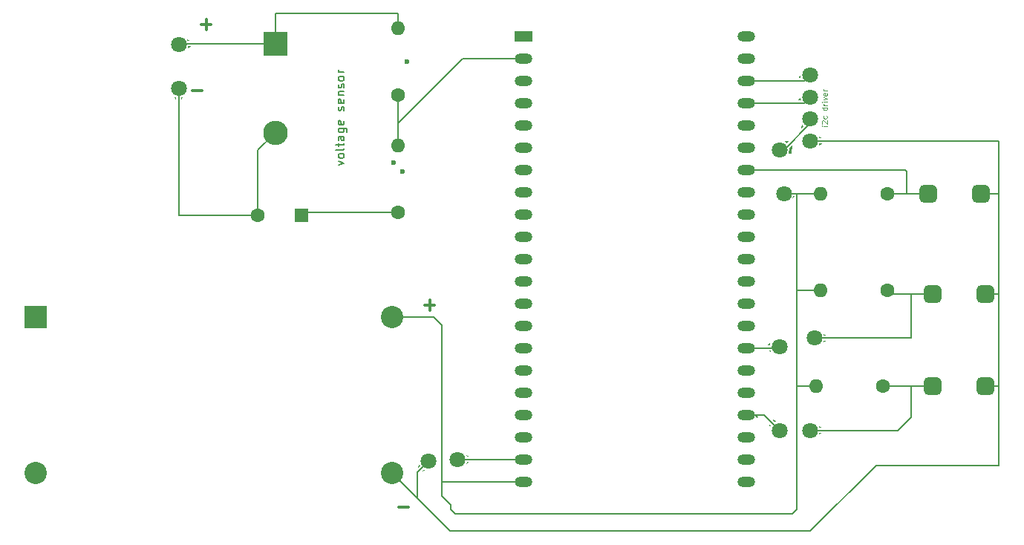
<source format=gbr>
%TF.GenerationSoftware,KiCad,Pcbnew,8.0.1*%
%TF.CreationDate,2024-09-13T04:46:56+01:00*%
%TF.ProjectId,monitor,6d6f6e69-746f-4722-9e6b-696361645f70,rev?*%
%TF.SameCoordinates,Original*%
%TF.FileFunction,Copper,L1,Top*%
%TF.FilePolarity,Positive*%
%FSLAX46Y46*%
G04 Gerber Fmt 4.6, Leading zero omitted, Abs format (unit mm)*
G04 Created by KiCad (PCBNEW 8.0.1) date 2024-09-13 04:46:56*
%MOMM*%
%LPD*%
G01*
G04 APERTURE LIST*
G04 Aperture macros list*
%AMRoundRect*
0 Rectangle with rounded corners*
0 $1 Rounding radius*
0 $2 $3 $4 $5 $6 $7 $8 $9 X,Y pos of 4 corners*
0 Add a 4 corners polygon primitive as box body*
4,1,4,$2,$3,$4,$5,$6,$7,$8,$9,$2,$3,0*
0 Add four circle primitives for the rounded corners*
1,1,$1+$1,$2,$3*
1,1,$1+$1,$4,$5*
1,1,$1+$1,$6,$7*
1,1,$1+$1,$8,$9*
0 Add four rect primitives between the rounded corners*
20,1,$1+$1,$2,$3,$4,$5,0*
20,1,$1+$1,$4,$5,$6,$7,0*
20,1,$1+$1,$6,$7,$8,$9,0*
20,1,$1+$1,$8,$9,$2,$3,0*%
G04 Aperture macros list end*
%ADD10C,0.300000*%
%TA.AperFunction,NonConductor*%
%ADD11C,0.300000*%
%TD*%
%ADD12C,0.100000*%
%TA.AperFunction,NonConductor*%
%ADD13C,0.100000*%
%TD*%
%ADD14C,0.150000*%
%TA.AperFunction,NonConductor*%
%ADD15C,0.150000*%
%TD*%
%TA.AperFunction,ComponentPad*%
%ADD16C,1.600000*%
%TD*%
%TA.AperFunction,ComponentPad*%
%ADD17O,1.600000X1.600000*%
%TD*%
%TA.AperFunction,SMDPad,CuDef*%
%ADD18RoundRect,0.500000X-0.500000X-0.500000X0.500000X-0.500000X0.500000X0.500000X-0.500000X0.500000X0*%
%TD*%
%TA.AperFunction,ComponentPad*%
%ADD19R,1.600000X1.600000*%
%TD*%
%TA.AperFunction,ComponentPad*%
%ADD20R,2.540000X2.540000*%
%TD*%
%TA.AperFunction,ComponentPad*%
%ADD21C,2.540000*%
%TD*%
%TA.AperFunction,ComponentPad*%
%ADD22R,2.000000X1.200000*%
%TD*%
%TA.AperFunction,ComponentPad*%
%ADD23O,2.000000X1.200000*%
%TD*%
%TA.AperFunction,ComponentPad*%
%ADD24R,2.800000X2.800000*%
%TD*%
%TA.AperFunction,ComponentPad*%
%ADD25O,2.800000X2.800000*%
%TD*%
%TA.AperFunction,ViaPad*%
%ADD26C,1.800000*%
%TD*%
%TA.AperFunction,ViaPad*%
%ADD27C,0.600000*%
%TD*%
%TA.AperFunction,Conductor*%
%ADD28C,0.200000*%
%TD*%
%TA.AperFunction,Conductor*%
%ADD29C,0.000000*%
%TD*%
G04 APERTURE END LIST*
D10*
D11*
X70554510Y-83729400D02*
X71697368Y-83729400D01*
D10*
D11*
X97054510Y-108229400D02*
X98197368Y-108229400D01*
X97625939Y-108800828D02*
X97625939Y-107657971D01*
D12*
D13*
X142921371Y-87791353D02*
X142521371Y-87791353D01*
X142321371Y-87791353D02*
X142349942Y-87819925D01*
X142349942Y-87819925D02*
X142378514Y-87791353D01*
X142378514Y-87791353D02*
X142349942Y-87762782D01*
X142349942Y-87762782D02*
X142321371Y-87791353D01*
X142321371Y-87791353D02*
X142378514Y-87791353D01*
X142378514Y-87534211D02*
X142349942Y-87505639D01*
X142349942Y-87505639D02*
X142321371Y-87448497D01*
X142321371Y-87448497D02*
X142321371Y-87305639D01*
X142321371Y-87305639D02*
X142349942Y-87248497D01*
X142349942Y-87248497D02*
X142378514Y-87219925D01*
X142378514Y-87219925D02*
X142435657Y-87191354D01*
X142435657Y-87191354D02*
X142492800Y-87191354D01*
X142492800Y-87191354D02*
X142578514Y-87219925D01*
X142578514Y-87219925D02*
X142921371Y-87562782D01*
X142921371Y-87562782D02*
X142921371Y-87191354D01*
X142892800Y-86677068D02*
X142921371Y-86734210D01*
X142921371Y-86734210D02*
X142921371Y-86848496D01*
X142921371Y-86848496D02*
X142892800Y-86905639D01*
X142892800Y-86905639D02*
X142864228Y-86934210D01*
X142864228Y-86934210D02*
X142807085Y-86962782D01*
X142807085Y-86962782D02*
X142635657Y-86962782D01*
X142635657Y-86962782D02*
X142578514Y-86934210D01*
X142578514Y-86934210D02*
X142549942Y-86905639D01*
X142549942Y-86905639D02*
X142521371Y-86848496D01*
X142521371Y-86848496D02*
X142521371Y-86734210D01*
X142521371Y-86734210D02*
X142549942Y-86677068D01*
X142921371Y-85705639D02*
X142321371Y-85705639D01*
X142892800Y-85705639D02*
X142921371Y-85762781D01*
X142921371Y-85762781D02*
X142921371Y-85877067D01*
X142921371Y-85877067D02*
X142892800Y-85934210D01*
X142892800Y-85934210D02*
X142864228Y-85962781D01*
X142864228Y-85962781D02*
X142807085Y-85991353D01*
X142807085Y-85991353D02*
X142635657Y-85991353D01*
X142635657Y-85991353D02*
X142578514Y-85962781D01*
X142578514Y-85962781D02*
X142549942Y-85934210D01*
X142549942Y-85934210D02*
X142521371Y-85877067D01*
X142521371Y-85877067D02*
X142521371Y-85762781D01*
X142521371Y-85762781D02*
X142549942Y-85705639D01*
X142921371Y-85419924D02*
X142521371Y-85419924D01*
X142635657Y-85419924D02*
X142578514Y-85391353D01*
X142578514Y-85391353D02*
X142549942Y-85362782D01*
X142549942Y-85362782D02*
X142521371Y-85305639D01*
X142521371Y-85305639D02*
X142521371Y-85248496D01*
X142921371Y-85048495D02*
X142521371Y-85048495D01*
X142321371Y-85048495D02*
X142349942Y-85077067D01*
X142349942Y-85077067D02*
X142378514Y-85048495D01*
X142378514Y-85048495D02*
X142349942Y-85019924D01*
X142349942Y-85019924D02*
X142321371Y-85048495D01*
X142321371Y-85048495D02*
X142378514Y-85048495D01*
X142521371Y-84819924D02*
X142921371Y-84677067D01*
X142921371Y-84677067D02*
X142521371Y-84534210D01*
X142892800Y-84077067D02*
X142921371Y-84134210D01*
X142921371Y-84134210D02*
X142921371Y-84248496D01*
X142921371Y-84248496D02*
X142892800Y-84305638D01*
X142892800Y-84305638D02*
X142835657Y-84334210D01*
X142835657Y-84334210D02*
X142607085Y-84334210D01*
X142607085Y-84334210D02*
X142549942Y-84305638D01*
X142549942Y-84305638D02*
X142521371Y-84248496D01*
X142521371Y-84248496D02*
X142521371Y-84134210D01*
X142521371Y-84134210D02*
X142549942Y-84077067D01*
X142549942Y-84077067D02*
X142607085Y-84048496D01*
X142607085Y-84048496D02*
X142664228Y-84048496D01*
X142664228Y-84048496D02*
X142721371Y-84334210D01*
X142921371Y-83791352D02*
X142521371Y-83791352D01*
X142635657Y-83791352D02*
X142578514Y-83762781D01*
X142578514Y-83762781D02*
X142549942Y-83734210D01*
X142549942Y-83734210D02*
X142521371Y-83677067D01*
X142521371Y-83677067D02*
X142521371Y-83619924D01*
D10*
D11*
X71554510Y-76229400D02*
X72697368Y-76229400D01*
X72125939Y-76800828D02*
X72125939Y-75657971D01*
D14*
D15*
X87203152Y-92258458D02*
X87869819Y-92020363D01*
X87869819Y-92020363D02*
X87203152Y-91782268D01*
X87869819Y-91258458D02*
X87822200Y-91353696D01*
X87822200Y-91353696D02*
X87774580Y-91401315D01*
X87774580Y-91401315D02*
X87679342Y-91448934D01*
X87679342Y-91448934D02*
X87393628Y-91448934D01*
X87393628Y-91448934D02*
X87298390Y-91401315D01*
X87298390Y-91401315D02*
X87250771Y-91353696D01*
X87250771Y-91353696D02*
X87203152Y-91258458D01*
X87203152Y-91258458D02*
X87203152Y-91115601D01*
X87203152Y-91115601D02*
X87250771Y-91020363D01*
X87250771Y-91020363D02*
X87298390Y-90972744D01*
X87298390Y-90972744D02*
X87393628Y-90925125D01*
X87393628Y-90925125D02*
X87679342Y-90925125D01*
X87679342Y-90925125D02*
X87774580Y-90972744D01*
X87774580Y-90972744D02*
X87822200Y-91020363D01*
X87822200Y-91020363D02*
X87869819Y-91115601D01*
X87869819Y-91115601D02*
X87869819Y-91258458D01*
X87869819Y-90353696D02*
X87822200Y-90448934D01*
X87822200Y-90448934D02*
X87726961Y-90496553D01*
X87726961Y-90496553D02*
X86869819Y-90496553D01*
X87203152Y-90115600D02*
X87203152Y-89734648D01*
X86869819Y-89972743D02*
X87726961Y-89972743D01*
X87726961Y-89972743D02*
X87822200Y-89925124D01*
X87822200Y-89925124D02*
X87869819Y-89829886D01*
X87869819Y-89829886D02*
X87869819Y-89734648D01*
X87869819Y-88972743D02*
X87346009Y-88972743D01*
X87346009Y-88972743D02*
X87250771Y-89020362D01*
X87250771Y-89020362D02*
X87203152Y-89115600D01*
X87203152Y-89115600D02*
X87203152Y-89306076D01*
X87203152Y-89306076D02*
X87250771Y-89401314D01*
X87822200Y-88972743D02*
X87869819Y-89067981D01*
X87869819Y-89067981D02*
X87869819Y-89306076D01*
X87869819Y-89306076D02*
X87822200Y-89401314D01*
X87822200Y-89401314D02*
X87726961Y-89448933D01*
X87726961Y-89448933D02*
X87631723Y-89448933D01*
X87631723Y-89448933D02*
X87536485Y-89401314D01*
X87536485Y-89401314D02*
X87488866Y-89306076D01*
X87488866Y-89306076D02*
X87488866Y-89067981D01*
X87488866Y-89067981D02*
X87441247Y-88972743D01*
X87203152Y-88067981D02*
X88012676Y-88067981D01*
X88012676Y-88067981D02*
X88107914Y-88115600D01*
X88107914Y-88115600D02*
X88155533Y-88163219D01*
X88155533Y-88163219D02*
X88203152Y-88258457D01*
X88203152Y-88258457D02*
X88203152Y-88401314D01*
X88203152Y-88401314D02*
X88155533Y-88496552D01*
X87822200Y-88067981D02*
X87869819Y-88163219D01*
X87869819Y-88163219D02*
X87869819Y-88353695D01*
X87869819Y-88353695D02*
X87822200Y-88448933D01*
X87822200Y-88448933D02*
X87774580Y-88496552D01*
X87774580Y-88496552D02*
X87679342Y-88544171D01*
X87679342Y-88544171D02*
X87393628Y-88544171D01*
X87393628Y-88544171D02*
X87298390Y-88496552D01*
X87298390Y-88496552D02*
X87250771Y-88448933D01*
X87250771Y-88448933D02*
X87203152Y-88353695D01*
X87203152Y-88353695D02*
X87203152Y-88163219D01*
X87203152Y-88163219D02*
X87250771Y-88067981D01*
X87822200Y-87210838D02*
X87869819Y-87306076D01*
X87869819Y-87306076D02*
X87869819Y-87496552D01*
X87869819Y-87496552D02*
X87822200Y-87591790D01*
X87822200Y-87591790D02*
X87726961Y-87639409D01*
X87726961Y-87639409D02*
X87346009Y-87639409D01*
X87346009Y-87639409D02*
X87250771Y-87591790D01*
X87250771Y-87591790D02*
X87203152Y-87496552D01*
X87203152Y-87496552D02*
X87203152Y-87306076D01*
X87203152Y-87306076D02*
X87250771Y-87210838D01*
X87250771Y-87210838D02*
X87346009Y-87163219D01*
X87346009Y-87163219D02*
X87441247Y-87163219D01*
X87441247Y-87163219D02*
X87536485Y-87639409D01*
X87822200Y-86020361D02*
X87869819Y-85925123D01*
X87869819Y-85925123D02*
X87869819Y-85734647D01*
X87869819Y-85734647D02*
X87822200Y-85639409D01*
X87822200Y-85639409D02*
X87726961Y-85591790D01*
X87726961Y-85591790D02*
X87679342Y-85591790D01*
X87679342Y-85591790D02*
X87584104Y-85639409D01*
X87584104Y-85639409D02*
X87536485Y-85734647D01*
X87536485Y-85734647D02*
X87536485Y-85877504D01*
X87536485Y-85877504D02*
X87488866Y-85972742D01*
X87488866Y-85972742D02*
X87393628Y-86020361D01*
X87393628Y-86020361D02*
X87346009Y-86020361D01*
X87346009Y-86020361D02*
X87250771Y-85972742D01*
X87250771Y-85972742D02*
X87203152Y-85877504D01*
X87203152Y-85877504D02*
X87203152Y-85734647D01*
X87203152Y-85734647D02*
X87250771Y-85639409D01*
X87822200Y-84782266D02*
X87869819Y-84877504D01*
X87869819Y-84877504D02*
X87869819Y-85067980D01*
X87869819Y-85067980D02*
X87822200Y-85163218D01*
X87822200Y-85163218D02*
X87726961Y-85210837D01*
X87726961Y-85210837D02*
X87346009Y-85210837D01*
X87346009Y-85210837D02*
X87250771Y-85163218D01*
X87250771Y-85163218D02*
X87203152Y-85067980D01*
X87203152Y-85067980D02*
X87203152Y-84877504D01*
X87203152Y-84877504D02*
X87250771Y-84782266D01*
X87250771Y-84782266D02*
X87346009Y-84734647D01*
X87346009Y-84734647D02*
X87441247Y-84734647D01*
X87441247Y-84734647D02*
X87536485Y-85210837D01*
X87203152Y-84306075D02*
X87869819Y-84306075D01*
X87298390Y-84306075D02*
X87250771Y-84258456D01*
X87250771Y-84258456D02*
X87203152Y-84163218D01*
X87203152Y-84163218D02*
X87203152Y-84020361D01*
X87203152Y-84020361D02*
X87250771Y-83925123D01*
X87250771Y-83925123D02*
X87346009Y-83877504D01*
X87346009Y-83877504D02*
X87869819Y-83877504D01*
X87822200Y-83448932D02*
X87869819Y-83353694D01*
X87869819Y-83353694D02*
X87869819Y-83163218D01*
X87869819Y-83163218D02*
X87822200Y-83067980D01*
X87822200Y-83067980D02*
X87726961Y-83020361D01*
X87726961Y-83020361D02*
X87679342Y-83020361D01*
X87679342Y-83020361D02*
X87584104Y-83067980D01*
X87584104Y-83067980D02*
X87536485Y-83163218D01*
X87536485Y-83163218D02*
X87536485Y-83306075D01*
X87536485Y-83306075D02*
X87488866Y-83401313D01*
X87488866Y-83401313D02*
X87393628Y-83448932D01*
X87393628Y-83448932D02*
X87346009Y-83448932D01*
X87346009Y-83448932D02*
X87250771Y-83401313D01*
X87250771Y-83401313D02*
X87203152Y-83306075D01*
X87203152Y-83306075D02*
X87203152Y-83163218D01*
X87203152Y-83163218D02*
X87250771Y-83067980D01*
X87869819Y-82448932D02*
X87822200Y-82544170D01*
X87822200Y-82544170D02*
X87774580Y-82591789D01*
X87774580Y-82591789D02*
X87679342Y-82639408D01*
X87679342Y-82639408D02*
X87393628Y-82639408D01*
X87393628Y-82639408D02*
X87298390Y-82591789D01*
X87298390Y-82591789D02*
X87250771Y-82544170D01*
X87250771Y-82544170D02*
X87203152Y-82448932D01*
X87203152Y-82448932D02*
X87203152Y-82306075D01*
X87203152Y-82306075D02*
X87250771Y-82210837D01*
X87250771Y-82210837D02*
X87298390Y-82163218D01*
X87298390Y-82163218D02*
X87393628Y-82115599D01*
X87393628Y-82115599D02*
X87679342Y-82115599D01*
X87679342Y-82115599D02*
X87774580Y-82163218D01*
X87774580Y-82163218D02*
X87822200Y-82210837D01*
X87822200Y-82210837D02*
X87869819Y-82306075D01*
X87869819Y-82306075D02*
X87869819Y-82448932D01*
X87869819Y-81687027D02*
X87203152Y-81687027D01*
X87393628Y-81687027D02*
X87298390Y-81639408D01*
X87298390Y-81639408D02*
X87250771Y-81591789D01*
X87250771Y-81591789D02*
X87203152Y-81496551D01*
X87203152Y-81496551D02*
X87203152Y-81401313D01*
D10*
D11*
X94054510Y-131229400D02*
X95197368Y-131229400D01*
D16*
%TO.P,5.6k,1*%
%TO.N,N/C*%
X94000000Y-97620000D03*
D17*
%TO.P,5.6k,2*%
X94000000Y-90000000D03*
%TD*%
D18*
%TO.P,REF\u002A\u002A,1*%
%TO.N,N/C*%
X154500000Y-95500000D03*
%TO.P,REF\u002A\u002A,2*%
X160500000Y-95500000D03*
%TD*%
D19*
%TO.P,REF1,1*%
%TO.N,N/C*%
X83000000Y-98000000D03*
D16*
%TO.P,REF1,2*%
X78000000Y-98000000D03*
%TD*%
D20*
%TO.P,REF\u002A\u002A,1*%
%TO.N,N/C*%
X52680000Y-109610000D03*
D21*
%TO.P,REF\u002A\u002A,2*%
X52680000Y-127390000D03*
%TO.P,REF\u002A\u002A,3*%
X93320000Y-127390000D03*
%TO.P,REF\u002A\u002A,4*%
X93320000Y-109610000D03*
%TD*%
D16*
%TO.P,10k,1*%
%TO.N,N/C*%
X149810000Y-95500000D03*
D17*
%TO.P,10k,2*%
X142190000Y-95500000D03*
%TD*%
D16*
%TO.P,10k,1*%
%TO.N,N/C*%
X149310000Y-117500000D03*
D17*
%TO.P,10k,2*%
X141690000Y-117500000D03*
%TD*%
D22*
%TO.P,REF\u002A\u002A,1*%
%TO.N,N/C*%
X108300000Y-77556560D03*
D23*
%TO.P,REF\u002A\u002A,2*%
X108300000Y-80096560D03*
%TO.P,REF\u002A\u002A,3*%
X108300000Y-82636560D03*
%TO.P,REF\u002A\u002A,4*%
X108300000Y-85176560D03*
%TO.P,REF\u002A\u002A,5*%
X108300000Y-87716560D03*
%TO.P,REF\u002A\u002A,6*%
X108300000Y-90256560D03*
%TO.P,REF\u002A\u002A,7*%
X108300000Y-92796560D03*
%TO.P,REF\u002A\u002A,8*%
X108300000Y-95336560D03*
%TO.P,REF\u002A\u002A,9*%
X108300000Y-97876560D03*
%TO.P,REF\u002A\u002A,10*%
X108300000Y-100416560D03*
%TO.P,REF\u002A\u002A,11*%
X108300000Y-102956560D03*
%TO.P,REF\u002A\u002A,12*%
X108300000Y-105496560D03*
%TO.P,REF\u002A\u002A,13*%
X108300000Y-108036560D03*
%TO.P,REF\u002A\u002A,14*%
X108300000Y-110576560D03*
%TO.P,REF\u002A\u002A,15*%
X108300000Y-113116560D03*
%TO.P,REF\u002A\u002A,16*%
X108300000Y-115656560D03*
%TO.P,REF\u002A\u002A,17*%
X108300000Y-118196560D03*
%TO.P,REF\u002A\u002A,18*%
X108300000Y-120736560D03*
%TO.P,REF\u002A\u002A,19*%
X108300000Y-123276560D03*
%TO.P,REF\u002A\u002A,20*%
X108300000Y-125816560D03*
%TO.P,REF\u002A\u002A,21*%
X108300000Y-128356560D03*
%TO.P,REF\u002A\u002A,22*%
X133700000Y-128356560D03*
%TO.P,REF\u002A\u002A,23*%
X133700000Y-125816560D03*
%TO.P,REF\u002A\u002A,24*%
X133700000Y-123276560D03*
%TO.P,REF\u002A\u002A,25*%
X133700000Y-120736560D03*
%TO.P,REF\u002A\u002A,26*%
X133700000Y-118196560D03*
%TO.P,REF\u002A\u002A,27*%
X133700000Y-115656560D03*
%TO.P,REF\u002A\u002A,28*%
X133700000Y-113116560D03*
%TO.P,REF\u002A\u002A,29*%
X133700000Y-110576560D03*
%TO.P,REF\u002A\u002A,30*%
X133700000Y-108036560D03*
%TO.P,REF\u002A\u002A,31*%
X133700000Y-105496560D03*
%TO.P,REF\u002A\u002A,32*%
X133700000Y-102956560D03*
%TO.P,REF\u002A\u002A,33*%
X133700000Y-100416560D03*
%TO.P,REF\u002A\u002A,34*%
X133700000Y-97876560D03*
%TO.P,REF\u002A\u002A,35*%
X133700000Y-95336560D03*
%TO.P,REF\u002A\u002A,36*%
X133700000Y-92796560D03*
%TO.P,REF\u002A\u002A,37*%
X133700000Y-90256560D03*
%TO.P,REF\u002A\u002A,38*%
X133700000Y-87716560D03*
%TO.P,REF\u002A\u002A,39*%
X133700000Y-85176560D03*
%TO.P,REF\u002A\u002A,40*%
X133700000Y-82636560D03*
%TO.P,REF\u002A\u002A,41*%
X133700000Y-80096560D03*
%TO.P,REF\u002A\u002A,42*%
X133700000Y-77556560D03*
%TD*%
D18*
%TO.P,REF\u002A\u002A,1*%
%TO.N,N/C*%
X155000000Y-107000000D03*
%TO.P,REF\u002A\u002A,2*%
X161000000Y-107000000D03*
%TD*%
%TO.P,REF\u002A\u002A,1*%
%TO.N,N/C*%
X155000000Y-117500000D03*
%TO.P,REF\u002A\u002A,2*%
X161000000Y-117500000D03*
%TD*%
D16*
%TO.P,10k,1*%
%TO.N,N/C*%
X149810000Y-106500000D03*
D17*
%TO.P,10k,2*%
X142190000Y-106500000D03*
%TD*%
D16*
%TO.P,100k,1*%
%TO.N,N/C*%
X94000000Y-84310000D03*
D17*
%TO.P,100k,2*%
X94000000Y-76690000D03*
%TD*%
D24*
%TO.P,REF\u002A\u002A,1*%
%TO.N,N/C*%
X80000000Y-78420000D03*
D25*
%TO.P,REF\u002A\u002A,2*%
X80000000Y-88580000D03*
%TD*%
D26*
%TO.N,*%
X100816560Y-125816560D03*
X97500000Y-126000000D03*
X137500000Y-122500000D03*
X141500000Y-112000000D03*
X137500000Y-113000000D03*
X141000000Y-122500000D03*
X138000000Y-95500000D03*
X137500000Y-90500000D03*
X141000000Y-89500000D03*
X141000000Y-87000000D03*
X141000000Y-84500000D03*
X141000000Y-82000000D03*
X69000000Y-83500000D03*
X69000000Y-78500000D03*
D27*
X95000000Y-80500000D03*
X93500000Y-92000000D03*
X94000000Y-97620000D03*
X94500000Y-93000000D03*
%TD*%
D28*
%TO.N,*%
X141000000Y-87500000D02*
X141000000Y-87000000D01*
X137500000Y-90500000D02*
X138000000Y-90500000D01*
X138000000Y-90500000D02*
X141000000Y-87500000D01*
X138000000Y-95500000D02*
X139500000Y-95500000D01*
X100816560Y-125816560D02*
X108300000Y-125816560D01*
X140323440Y-85176560D02*
X133700000Y-85176560D01*
X141000000Y-84500000D02*
X140323440Y-85176560D01*
X140363440Y-82636560D02*
X133700000Y-82636560D01*
X141000000Y-82000000D02*
X140363440Y-82636560D01*
X69000000Y-98000000D02*
X69000000Y-83500000D01*
X155000000Y-117500000D02*
X152500000Y-117500000D01*
X94000000Y-97620000D02*
X83380000Y-97620000D01*
X78000000Y-90580000D02*
X80000000Y-88580000D01*
X160500000Y-95500000D02*
X162500000Y-95500000D01*
X148500000Y-126500000D02*
X162500000Y-126500000D01*
X137383440Y-113116560D02*
X137500000Y-113000000D01*
X152500000Y-107000000D02*
X152000000Y-107000000D01*
X162500000Y-89500000D02*
X141000000Y-89500000D01*
X152000000Y-107000000D02*
X150310000Y-107000000D01*
X154500000Y-95500000D02*
X152000000Y-95500000D01*
X162500000Y-107000000D02*
X162500000Y-117000000D01*
X150310000Y-107000000D02*
X149810000Y-106500000D01*
X162500000Y-117500000D02*
X161000000Y-117500000D01*
X162500000Y-95500000D02*
X162500000Y-107000000D01*
X155000000Y-107000000D02*
X152500000Y-107000000D01*
X152500000Y-112000000D02*
X141600000Y-112000000D01*
X69000000Y-98000000D02*
X78000000Y-98000000D01*
X151000000Y-122500000D02*
X152500000Y-121000000D01*
X100000000Y-131500000D02*
X100000000Y-131000000D01*
X141000000Y-122500000D02*
X151000000Y-122500000D01*
X139500000Y-131500000D02*
X139000000Y-132000000D01*
X93320000Y-127390000D02*
X96215000Y-130285000D01*
X162500000Y-117000000D02*
X162500000Y-117500000D01*
X99930000Y-134000000D02*
X141000000Y-134000000D01*
X142190000Y-95500000D02*
X139500000Y-95500000D01*
D29*
X141175736Y-112000000D02*
X141000000Y-112000000D01*
D28*
X108300000Y-80096560D02*
X101403440Y-80096560D01*
X78000000Y-98000000D02*
X78000000Y-90580000D01*
X135736560Y-120736560D02*
X133700000Y-120736560D01*
X101403440Y-80096560D02*
X94000000Y-87500000D01*
X99143440Y-128356560D02*
X99000000Y-128500000D01*
X162500000Y-107000000D02*
X161000000Y-107000000D01*
X133700000Y-113116560D02*
X137383440Y-113116560D01*
X99000000Y-130000000D02*
X99000000Y-128500000D01*
X139500000Y-117500000D02*
X141690000Y-117500000D01*
X151796560Y-92796560D02*
X133700000Y-92796560D01*
X141000000Y-134000000D02*
X148500000Y-126500000D01*
X139000000Y-132000000D02*
X100500000Y-132000000D01*
X97500000Y-126000000D02*
X96215000Y-127285000D01*
X139500000Y-117500000D02*
X139500000Y-131500000D01*
X137500000Y-122500000D02*
X135736560Y-120736560D01*
X152500000Y-107000000D02*
X152500000Y-112000000D01*
X152500000Y-117500000D02*
X152500000Y-121000000D01*
X134736560Y-120736560D02*
X133700000Y-120736560D01*
X152000000Y-93000000D02*
X151796560Y-92796560D01*
X100500000Y-132000000D02*
X100000000Y-131500000D01*
X139500000Y-106500000D02*
X142190000Y-106500000D01*
X80000000Y-78420000D02*
X80000000Y-75000000D01*
X99000000Y-128500000D02*
X99000000Y-110500000D01*
X162500000Y-126500000D02*
X162500000Y-117000000D01*
X94000000Y-87500000D02*
X94000000Y-90000000D01*
X80000000Y-75000000D02*
X94000000Y-75000000D01*
X69000000Y-78500000D02*
X69080000Y-78420000D01*
X135000000Y-121000000D02*
X134736560Y-120736560D01*
X139500000Y-95500000D02*
X139500000Y-106500000D01*
X108300000Y-128356560D02*
X99143440Y-128356560D01*
X98110000Y-109610000D02*
X93320000Y-109610000D01*
X69080000Y-78420000D02*
X80000000Y-78420000D01*
X94000000Y-75000000D02*
X94000000Y-76690000D01*
X99000000Y-110500000D02*
X98110000Y-109610000D01*
X83380000Y-97620000D02*
X83000000Y-98000000D01*
X162500000Y-95500000D02*
X162500000Y-89500000D01*
X152500000Y-117500000D02*
X149310000Y-117500000D01*
X152000000Y-95500000D02*
X149810000Y-95500000D01*
X100000000Y-131000000D02*
X99000000Y-130000000D01*
X96215000Y-127285000D02*
X96215000Y-130285000D01*
X139500000Y-106500000D02*
X139500000Y-117500000D01*
X152000000Y-95500000D02*
X152000000Y-93000000D01*
X94000000Y-84310000D02*
X94000000Y-87500000D01*
X96215000Y-130285000D02*
X99930000Y-134000000D01*
%TD*%
%TA.AperFunction,NonConductor*%
G36*
X139890916Y-81998916D02*
G01*
X139895394Y-82006671D01*
X139895444Y-82007119D01*
X139913602Y-82203077D01*
X139913605Y-82203090D01*
X139947199Y-82321158D01*
X139946167Y-82330053D01*
X139939148Y-82335613D01*
X139935946Y-82336060D01*
X139641226Y-82336060D01*
X139632953Y-82332633D01*
X139629526Y-82324360D01*
X139631943Y-82317238D01*
X139719531Y-82203077D01*
X139874513Y-82001075D01*
X139882266Y-81996599D01*
X139890916Y-81998916D01*
G37*
%TD.AperFunction*%
%TA.AperFunction,NonConductor*%
G36*
X139893486Y-84529001D02*
G01*
X139898156Y-84536642D01*
X139898248Y-84537379D01*
X139913602Y-84703077D01*
X139913605Y-84703090D01*
X139958580Y-84861158D01*
X139957548Y-84870053D01*
X139950529Y-84875613D01*
X139947327Y-84876060D01*
X139649254Y-84876060D01*
X139640981Y-84872633D01*
X139637554Y-84864360D01*
X139639796Y-84857472D01*
X139752228Y-84703090D01*
X139877142Y-84531569D01*
X139884781Y-84526901D01*
X139893486Y-84529001D01*
G37*
%TD.AperFunction*%
%TA.AperFunction,NonConductor*%
G36*
X142003909Y-88999931D02*
G01*
X142356944Y-89177346D01*
X142362797Y-89184123D01*
X142362144Y-89193054D01*
X142355367Y-89198907D01*
X142351690Y-89199500D01*
X142067514Y-89199500D01*
X142059241Y-89196073D01*
X142056261Y-89191002D01*
X142030581Y-89100746D01*
X142030579Y-89100743D01*
X142011567Y-89062564D01*
X141988181Y-89015598D01*
X141987561Y-89006667D01*
X141993440Y-88999912D01*
X142002373Y-88999291D01*
X142003909Y-88999931D01*
G37*
%TD.AperFunction*%
%TA.AperFunction,NonConductor*%
G36*
X142359963Y-89803927D02*
G01*
X142363390Y-89812200D01*
X142359963Y-89820473D01*
X142356944Y-89822654D01*
X142003909Y-90000067D01*
X141994978Y-90000720D01*
X141988201Y-89994867D01*
X141987548Y-89985936D01*
X141988174Y-89984416D01*
X142030582Y-89899250D01*
X142056261Y-89808997D01*
X142061821Y-89801979D01*
X142067514Y-89800500D01*
X142351690Y-89800500D01*
X142359963Y-89803927D01*
G37*
%TD.AperFunction*%
%TA.AperFunction,NonConductor*%
G36*
X139196073Y-95803927D02*
G01*
X139199500Y-95812200D01*
X139199500Y-95893743D01*
X139196073Y-95902016D01*
X139193062Y-95904193D01*
X139004339Y-95999215D01*
X138995408Y-95999875D01*
X138988627Y-95994027D01*
X138987967Y-95985096D01*
X138988595Y-95983571D01*
X139030582Y-95899250D01*
X139056261Y-95808997D01*
X139061821Y-95801979D01*
X139067514Y-95800500D01*
X139187800Y-95800500D01*
X139196073Y-95803927D01*
G37*
%TD.AperFunction*%
%TA.AperFunction,NonConductor*%
G36*
X139002382Y-89939133D02*
G01*
X139005809Y-89947406D01*
X139005750Y-89948577D01*
X138901058Y-90989479D01*
X138896821Y-90997368D01*
X138889426Y-91000008D01*
X138499162Y-91000314D01*
X138490886Y-90996894D01*
X138487453Y-90988623D01*
X138488679Y-90983402D01*
X138530582Y-90899250D01*
X138586397Y-90703083D01*
X138605215Y-90500000D01*
X138590435Y-90340508D01*
X138593084Y-90331956D01*
X138593801Y-90331168D01*
X138985837Y-89939132D01*
X138994109Y-89935706D01*
X139002382Y-89939133D01*
G37*
%TD.AperFunction*%
%TA.AperFunction,NonConductor*%
G36*
X140061409Y-87583267D02*
G01*
X140061673Y-87583604D01*
X140183236Y-87744579D01*
X140183237Y-87744581D01*
X140251190Y-87806527D01*
X140254996Y-87814633D01*
X140251954Y-87823055D01*
X140251581Y-87823446D01*
X140014163Y-88060864D01*
X140005890Y-88064291D01*
X139997617Y-88060864D01*
X139994190Y-88052591D01*
X139994249Y-88051420D01*
X140040708Y-87589498D01*
X140044945Y-87581611D01*
X140053520Y-87579030D01*
X140061409Y-87583267D01*
G37*
%TD.AperFunction*%
%TA.AperFunction,NonConductor*%
G36*
X138559995Y-89496829D02*
G01*
X138564232Y-89504718D01*
X138561651Y-89513293D01*
X138560864Y-89514162D01*
X138326150Y-89748877D01*
X138317877Y-89752304D01*
X138309995Y-89749250D01*
X138166042Y-89618020D01*
X138166043Y-89618020D01*
X138077229Y-89563029D01*
X138071999Y-89555760D01*
X138073440Y-89546922D01*
X138080709Y-89541692D01*
X138082197Y-89541443D01*
X138551423Y-89494249D01*
X138559995Y-89496829D01*
G37*
%TD.AperFunction*%
%TA.AperFunction,NonConductor*%
G36*
X142503909Y-111499931D02*
G01*
X142856944Y-111677346D01*
X142862797Y-111684123D01*
X142862144Y-111693054D01*
X142855367Y-111698907D01*
X142851690Y-111699500D01*
X142567514Y-111699500D01*
X142559241Y-111696073D01*
X142556261Y-111691002D01*
X142530581Y-111600746D01*
X142530579Y-111600743D01*
X142511567Y-111562564D01*
X142488181Y-111515598D01*
X142487561Y-111506667D01*
X142493440Y-111499912D01*
X142502373Y-111499291D01*
X142503909Y-111499931D01*
G37*
%TD.AperFunction*%
%TA.AperFunction,NonConductor*%
G36*
X142859963Y-112303927D02*
G01*
X142863390Y-112312200D01*
X142859963Y-112320473D01*
X142856944Y-112322654D01*
X142503909Y-112500067D01*
X142494978Y-112500720D01*
X142488201Y-112494867D01*
X142487548Y-112485936D01*
X142488174Y-112484416D01*
X142530582Y-112399250D01*
X142556261Y-112308997D01*
X142561821Y-112301979D01*
X142567514Y-112300500D01*
X142851690Y-112300500D01*
X142859963Y-112303927D01*
G37*
%TD.AperFunction*%
%TA.AperFunction,NonConductor*%
G36*
X101820469Y-125316491D02*
G01*
X102173504Y-125493906D01*
X102179357Y-125500683D01*
X102178704Y-125509614D01*
X102171927Y-125515467D01*
X102168250Y-125516060D01*
X101884074Y-125516060D01*
X101875801Y-125512633D01*
X101872821Y-125507562D01*
X101847141Y-125417306D01*
X101847139Y-125417303D01*
X101828127Y-125379124D01*
X101804741Y-125332158D01*
X101804121Y-125323227D01*
X101810000Y-125316472D01*
X101818933Y-125315851D01*
X101820469Y-125316491D01*
G37*
%TD.AperFunction*%
%TA.AperFunction,NonConductor*%
G36*
X102176523Y-126120487D02*
G01*
X102179950Y-126128760D01*
X102176523Y-126137033D01*
X102173504Y-126139214D01*
X101820469Y-126316627D01*
X101811538Y-126317280D01*
X101804761Y-126311427D01*
X101804108Y-126302496D01*
X101804734Y-126300976D01*
X101847142Y-126215810D01*
X101872821Y-126125557D01*
X101878381Y-126118539D01*
X101884074Y-126117060D01*
X102168250Y-126117060D01*
X102176523Y-126120487D01*
G37*
%TD.AperFunction*%
%TA.AperFunction,NonConductor*%
G36*
X142003909Y-121999931D02*
G01*
X142356944Y-122177346D01*
X142362797Y-122184123D01*
X142362144Y-122193054D01*
X142355367Y-122198907D01*
X142351690Y-122199500D01*
X142067514Y-122199500D01*
X142059241Y-122196073D01*
X142056261Y-122191002D01*
X142030581Y-122100746D01*
X142030579Y-122100743D01*
X142011567Y-122062564D01*
X141988181Y-122015598D01*
X141987561Y-122006667D01*
X141993440Y-121999912D01*
X142002373Y-121999291D01*
X142003909Y-121999931D01*
G37*
%TD.AperFunction*%
%TA.AperFunction,NonConductor*%
G36*
X142359963Y-122803927D02*
G01*
X142363390Y-122812200D01*
X142359963Y-122820473D01*
X142356944Y-122822654D01*
X142003909Y-123000067D01*
X141994978Y-123000720D01*
X141988201Y-122994867D01*
X141987548Y-122985936D01*
X141988174Y-122984416D01*
X142030582Y-122899250D01*
X142056261Y-122808997D01*
X142061821Y-122801979D01*
X142067514Y-122800500D01*
X142351690Y-122800500D01*
X142359963Y-122803927D01*
G37*
%TD.AperFunction*%
%TA.AperFunction,NonConductor*%
G36*
X136469706Y-112588178D02*
G01*
X136470972Y-112597043D01*
X136470114Y-112599349D01*
X136469419Y-112600745D01*
X136469418Y-112600746D01*
X136413605Y-112796909D01*
X136413602Y-112796922D01*
X136412813Y-112805440D01*
X136408637Y-112813362D01*
X136401163Y-112816060D01*
X136104567Y-112816060D01*
X136096294Y-112812633D01*
X136092867Y-112804360D01*
X136096294Y-112796087D01*
X136098606Y-112794292D01*
X136453680Y-112584070D01*
X136462542Y-112582805D01*
X136469706Y-112588178D01*
G37*
%TD.AperFunction*%
%TA.AperFunction,NonConductor*%
G36*
X136479315Y-113420487D02*
G01*
X136481515Y-113423545D01*
X136542392Y-113545803D01*
X136543012Y-113554736D01*
X136537134Y-113561491D01*
X136528201Y-113562111D01*
X136527304Y-113561769D01*
X136242519Y-113439511D01*
X136236268Y-113433099D01*
X136236383Y-113424145D01*
X136242795Y-113417894D01*
X136247134Y-113417060D01*
X136471042Y-113417060D01*
X136479315Y-113420487D01*
G37*
%TD.AperFunction*%
%TA.AperFunction,NonConductor*%
G36*
X96457247Y-126357231D02*
G01*
X96458046Y-126359283D01*
X96469418Y-126399253D01*
X96469420Y-126399256D01*
X96534262Y-126529477D01*
X96534882Y-126538410D01*
X96532062Y-126542965D01*
X96331724Y-126743302D01*
X96323451Y-126746729D01*
X96315178Y-126743302D01*
X96311751Y-126735029D01*
X96312342Y-126731362D01*
X96435687Y-126358806D01*
X96441539Y-126352031D01*
X96450470Y-126351378D01*
X96457247Y-126357231D01*
G37*
%TD.AperFunction*%
%TA.AperFunction,NonConductor*%
G36*
X96970934Y-126966792D02*
G01*
X97007363Y-126989348D01*
X97007366Y-126989349D01*
X97007369Y-126989351D01*
X97081924Y-127018233D01*
X97142979Y-127041885D01*
X97149456Y-127048069D01*
X97149663Y-127057021D01*
X97143479Y-127063498D01*
X97142430Y-127063902D01*
X96768644Y-127187654D01*
X96759713Y-127187001D01*
X96753860Y-127180224D01*
X96754513Y-127171293D01*
X96756687Y-127168282D01*
X96956503Y-126968466D01*
X96964775Y-126965040D01*
X96970934Y-126966792D01*
G37*
%TD.AperFunction*%
%TA.AperFunction,NonConductor*%
G36*
X136768640Y-121312343D02*
G01*
X137142431Y-121436096D01*
X137149207Y-121441949D01*
X137149860Y-121450880D01*
X137144007Y-121457657D01*
X137142980Y-121458113D01*
X137007367Y-121510650D01*
X137007365Y-121510651D01*
X137007363Y-121510652D01*
X136997477Y-121516772D01*
X136970934Y-121533206D01*
X136962096Y-121534647D01*
X136956502Y-121531531D01*
X136756695Y-121331724D01*
X136753268Y-121323451D01*
X136756695Y-121315178D01*
X136764968Y-121311751D01*
X136768640Y-121312343D01*
G37*
%TD.AperFunction*%
%TA.AperFunction,NonConductor*%
G36*
X136328705Y-121754514D02*
G01*
X136331724Y-121756695D01*
X136532062Y-121957033D01*
X136535489Y-121965306D01*
X136534262Y-121970521D01*
X136469420Y-122100743D01*
X136469418Y-122100746D01*
X136458046Y-122140715D01*
X136452486Y-122147735D01*
X136443591Y-122148766D01*
X136436571Y-122143206D01*
X136435686Y-122141190D01*
X136379181Y-121970521D01*
X136312344Y-121768643D01*
X136312997Y-121759714D01*
X136319774Y-121753861D01*
X136328705Y-121754514D01*
G37*
%TD.AperFunction*%
%TA.AperFunction,NonConductor*%
G36*
X69982283Y-77957161D02*
G01*
X70291612Y-78097141D01*
X70297736Y-78103674D01*
X70297447Y-78112624D01*
X70290914Y-78118748D01*
X70286788Y-78119500D01*
X70044752Y-78119500D01*
X70036479Y-78116073D01*
X70033499Y-78111002D01*
X70030581Y-78100746D01*
X70030579Y-78100743D01*
X69966988Y-77973036D01*
X69966367Y-77964103D01*
X69972246Y-77957348D01*
X69981179Y-77956727D01*
X69982283Y-77957161D01*
G37*
%TD.AperFunction*%
%TA.AperFunction,NonConductor*%
G36*
X70392068Y-78723927D02*
G01*
X70395495Y-78732200D01*
X70392068Y-78740473D01*
X70389540Y-78742392D01*
X70032314Y-78943746D01*
X70023424Y-78944823D01*
X70016377Y-78939299D01*
X70015300Y-78930409D01*
X70016089Y-78928355D01*
X70030582Y-78899250D01*
X70079023Y-78728997D01*
X70084583Y-78721979D01*
X70090276Y-78720500D01*
X70383795Y-78720500D01*
X70392068Y-78723927D01*
G37*
%TD.AperFunction*%
%TA.AperFunction,NonConductor*%
G36*
X69491587Y-84493429D02*
G01*
X69497771Y-84499905D01*
X69497564Y-84508858D01*
X69497315Y-84509386D01*
X69322654Y-84856943D01*
X69315877Y-84862796D01*
X69306946Y-84862143D01*
X69301093Y-84855366D01*
X69300500Y-84851689D01*
X69300500Y-84571796D01*
X69303927Y-84563523D01*
X69307970Y-84560887D01*
X69482636Y-84493222D01*
X69491587Y-84493429D01*
G37*
%TD.AperFunction*%
%TA.AperFunction,NonConductor*%
G36*
X68517364Y-84493223D02*
G01*
X68631250Y-84537341D01*
X68692026Y-84560886D01*
X68698503Y-84567070D01*
X68699500Y-84571796D01*
X68699500Y-84851690D01*
X68696073Y-84859963D01*
X68687800Y-84863390D01*
X68679527Y-84859963D01*
X68677346Y-84856944D01*
X68502684Y-84509387D01*
X68502031Y-84500456D01*
X68507884Y-84493679D01*
X68516815Y-84493026D01*
X68517364Y-84493223D01*
G37*
%TD.AperFunction*%
M02*

</source>
